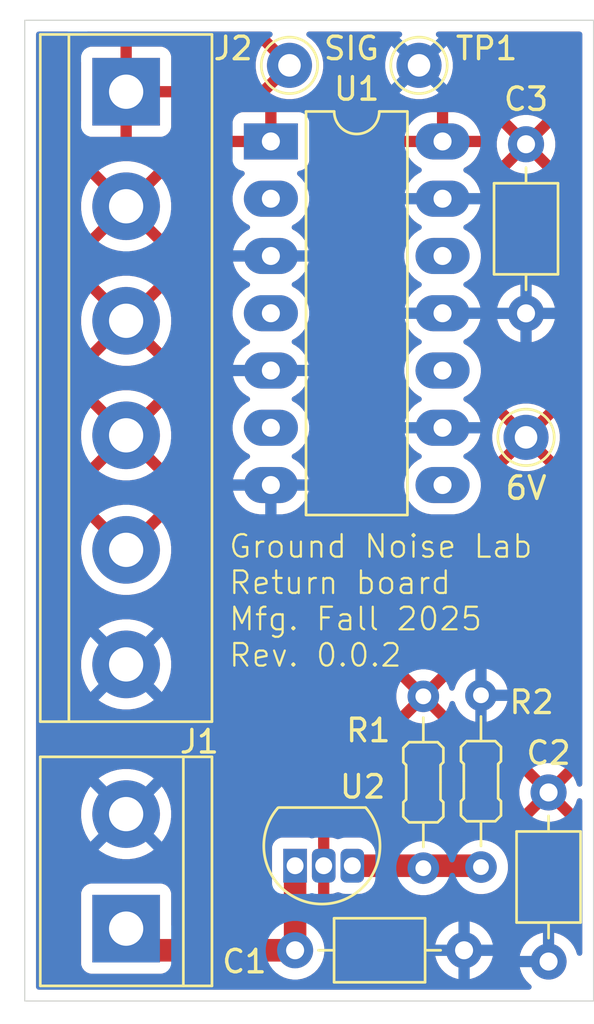
<source format=kicad_pcb>
(kicad_pcb (version 20241229) (generator "pcbnew") (generator_version "9.0")
  (layers (0 "F.Cu" signal) (2 "B.Cu" signal) (13 "F.Paste" user) (15 "B.Paste" user) (5 "F.SilkS" user "F.Silkscreen") (7 "B.SilkS" user "B.Silkscreen") (1 "F.Mask" user) (3 "B.Mask" user) (25 "Edge.Cuts" user))
  (net 0 "")
  (net 1 "GND")
  (net 2 "+9V")
  (net 3 "+6V")
  (net 4 "/SIG_Out")
  (net 5 "/LDO_ADJ")
  (footprint "TerminalBlock:TerminalBlock_bornier-6_P5.08mm" (layer "F.Cu") (at 136.75 70.67 -90)
    (property "Reference" "J2" (at -1.92 -4.75 180) (layer "F.SilkS"))
    (property "Value" "Conn_01x06_Pin")
    (fp_line (start -2.54 3.81) (end 27.94 3.81) (stroke (width 0.12)) (layer "F.SilkS"))
    (fp_line (start 27.94 3.81) (end 27.94 -3.81) (stroke (width 0.12)) (layer "F.SilkS"))
    (fp_line (start -2.54 2.54) (end 27.94 2.54) (stroke (width 0.12)) (layer "F.SilkS"))
    (fp_line (start -2.54 -3.81) (end -2.54 3.81) (stroke (width 0.12)) (layer "F.SilkS"))
    (fp_line (start -2.54 -3.81) (end 27.94 -3.81) (stroke (width 0.12)) (layer "F.SilkS"))
    (pad "1" thru_hole rect (at 0 0 270) (size 3 3) (drill 1.52) (layers "*.Cu" "*.Mask") (net 4 "/SIG_Out"))
    (pad "2" thru_hole circle (at 5.08 0 270) (size 3 3) (drill 1.52) (layers "*.Cu" "*.Mask") (net 4 "/SIG_Out"))
    (pad "3" thru_hole circle (at 10.16 0 270) (size 3 3) (drill 1.52) (layers "*.Cu" "*.Mask") (net 4 "/SIG_Out"))
    (pad "4" thru_hole circle (at 15.24 0 270) (size 3 3) (drill 1.52) (layers "*.Cu" "*.Mask") (net 4 "/SIG_Out"))
    (pad "5" thru_hole circle (at 20.32 0 270) (size 3 3) (drill 1.52) (layers "*.Cu" "*.Mask") (net 4 "/SIG_Out"))
    (pad "6" thru_hole circle (at 25.4 0 270) (size 3 3) (drill 1.52) (layers "*.Cu" "*.Mask") (net 1 "GND"))
  )
  (footprint "Capacitor_THT:C_Axial_L3.8mm_D2.6mm_P7.50mm_Horizontal" (layer "F.Cu") (at 155.5 101.75 -90)
    (property "Reference" "C2" (at -1.75 0 180) (layer "F.SilkS"))
    (property "Value" "1u")
    (fp_line (start 1.73 1.42) (end 5.77 1.42) (stroke (width 0.12)) (layer "F.SilkS"))
    (fp_line (start 5.77 1.42) (end 5.77 -1.42) (stroke (width 0.12)) (layer "F.SilkS"))
    (fp_line (start 1.04 0) (end 1.73 0) (stroke (width 0.12)) (layer "F.SilkS"))
    (fp_line (start 6.46 0) (end 5.77 0) (stroke (width 0.12)) (layer "F.SilkS"))
    (fp_line (start 1.73 -1.42) (end 1.73 1.42) (stroke (width 0.12)) (layer "F.SilkS"))
    (fp_line (start 5.77 -1.42) (end 1.73 -1.42) (stroke (width 0.12)) (layer "F.SilkS"))
    (pad "1" thru_hole circle (at 0 0 270) (size 1.6 1.6) (drill 0.8) (layers "*.Cu" "*.Mask") (net 3 "+6V"))
    (pad "2" thru_hole oval (at 7.5 0 270) (size 1.6 1.6) (drill 0.8) (layers "*.Cu" "*.Mask") (net 1 "GND"))
  )
  (footprint "TerminalBlock:TerminalBlock_bornier-2_P5.08mm" (layer "F.Cu") (at 136.75 107.79 90)
    (property "Reference" "J1" (at 8.29 3.25 180) (layer "F.SilkS"))
    (property "Value" "Conn_01x02_Pin")
    (fp_line (start 7.62 -3.81) (end -2.54 -3.81) (stroke (width 0.12)) (layer "F.SilkS"))
    (fp_line (start -2.54 -3.81) (end -2.54 3.81) (stroke (width 0.12)) (layer "F.SilkS"))
    (fp_line (start 7.62 2.54) (end -2.54 2.54) (stroke (width 0.12)) (layer "F.SilkS"))
    (fp_line (start 7.62 3.81) (end 7.62 -3.81) (stroke (width 0.12)) (layer "F.SilkS"))
    (fp_line (start -2.54 3.81) (end 7.62 3.81) (stroke (width 0.12)) (layer "F.SilkS"))
    (pad "1" thru_hole rect (at 0 0 90) (size 3 3) (drill 1.52) (layers "*.Cu" "*.Mask") (net 2 "+9V"))
    (pad "2" thru_hole circle (at 5.08 0 90) (size 3 3) (drill 1.52) (layers "*.Cu" "*.Mask") (net 1 "GND"))
  )
  (footprint "Package_DIP:DIP-14_W7.62mm_LongPads" (layer "F.Cu") (at 143.175 72.875)
    (property "Reference" "U1" (at 3.81 -2.33 0) (layer "F.SilkS"))
    (property "Value" "74HC14")
    (fp_line (start 1.56 -1.33) (end 1.56 16.57) (stroke (width 0.12)) (layer "F.SilkS"))
    (fp_line (start 1.56 16.57) (end 6.06 16.57) (stroke (width 0.12)) (layer "F.SilkS"))
    (fp_line (start 2.81 -1.33) (end 1.56 -1.33) (stroke (width 0.12)) (layer "F.SilkS"))
    (fp_line (start 6.06 -1.33) (end 4.81 -1.33) (stroke (width 0.12)) (layer "F.SilkS"))
    (fp_line (start 6.06 16.57) (end 6.06 -1.33) (stroke (width 0.12)) (layer "F.SilkS"))
    (fp_arc (start 4.81 -1.33) (mid 3.81 -0.33) (end 2.81 -1.33) (stroke (width 0.12)) (layer "F.SilkS"))
    (pad "1" thru_hole rect (at 0 0) (size 2.4 1.6) (drill 0.8) (layers "*.Cu" "*.Mask") (net 4 "/SIG_Out"))
    (pad "2" thru_hole oval (at 0 2.54) (size 2.4 1.6) (drill 0.8) (layers "*.Cu" "*.Mask"))
    (pad "3" thru_hole oval (at 0 5.08) (size 2.4 1.6) (drill 0.8) (layers "*.Cu" "*.Mask") (net 1 "GND"))
    (pad "4" thru_hole oval (at 0 7.62) (size 2.4 1.6) (drill 0.8) (layers "*.Cu" "*.Mask"))
    (pad "5" thru_hole oval (at 0 10.16) (size 2.4 1.6) (drill 0.8) (layers "*.Cu" "*.Mask") (net 1 "GND"))
    (pad "6" thru_hole oval (at 0 12.7) (size 2.4 1.6) (drill 0.8) (layers "*.Cu" "*.Mask"))
    (pad "7" thru_hole oval (at 0 15.24) (size 2.4 1.6) (drill 0.8) (layers "*.Cu" "*.Mask") (net 1 "GND"))
    (pad "8" thru_hole oval (at 7.62 15.24) (size 2.4 1.6) (drill 0.8) (layers "*.Cu" "*.Mask"))
    (pad "9" thru_hole oval (at 7.62 12.7) (size 2.4 1.6) (drill 0.8) (layers "*.Cu" "*.Mask") (net 1 "GND"))
    (pad "10" thru_hole oval (at 7.62 10.16) (size 2.4 1.6) (drill 0.8) (layers "*.Cu" "*.Mask"))
    (pad "11" thru_hole oval (at 7.62 7.62) (size 2.4 1.6) (drill 0.8) (layers "*.Cu" "*.Mask") (net 1 "GND"))
    (pad "12" thru_hole oval (at 7.62 5.08) (size 2.4 1.6) (drill 0.8) (layers "*.Cu" "*.Mask"))
    (pad "13" thru_hole oval (at 7.62 2.54) (size 2.4 1.6) (drill 0.8) (layers "*.Cu" "*.Mask") (net 1 "GND"))
    (pad "14" thru_hole oval (at 7.62 0) (size 2.4 1.6) (drill 0.8) (layers "*.Cu" "*.Mask") (net 3 "+6V"))
  )
  (footprint "PCM_Resistor_THT_AKL:R_Axial_DIN0204_L3.6mm_D1.6mm_P7.62mm_Horizontal" (layer "F.Cu") (at 152.5 105.06 90)
    (property "Reference" "R2" (at 7.31 2.25 180) (layer "F.SilkS"))
    (property "Value" "910" (hide yes))
    (fp_line (start 5.334 -0.889) (end 4.699 -0.889) (stroke (width 0.12)) (layer "F.SilkS"))
    (fp_line (start 4.699 -0.889) (end 4.572 -0.762) (stroke (width 0.12)) (layer "F.SilkS"))
    (fp_line (start 2.921 -0.889) (end 3.048 -0.762) (stroke (width 0.12)) (layer "F.SilkS"))
    (fp_line (start 2.286 -0.889) (end 2.921 -0.889) (stroke (width 0.12)) (layer "F.SilkS"))
    (fp_line (start 4.572 -0.762) (end 3.81 -0.762) (stroke (width 0.12)) (layer "F.SilkS"))
    (fp_line (start 3.048 -0.762) (end 3.81 -0.762) (stroke (width 0.12)) (layer "F.SilkS"))
    (fp_line (start 5.588 -0.635) (end 5.334 -0.889) (stroke (width 0.12)) (layer "F.SilkS"))
    (fp_line (start 5.588 -0.635) (end 5.588 0.635) (stroke (width 0.12)) (layer "F.SilkS"))
    (fp_line (start 2.032 -0.635) (end 2.286 -0.889) (stroke (width 0.12)) (layer "F.SilkS"))
    (fp_line (start 6.68 0) (end 5.73 0) (stroke (width 0.12)) (layer "F.SilkS"))
    (fp_line (start 5.715 0) (end 5.588 0) (stroke (width 0.12)) (layer "F.SilkS"))
    (fp_line (start 1.89 0) (end 2.032 0) (stroke (width 0.12)) (layer "F.SilkS"))
    (fp_line (start 0.94 0) (end 1.89 0) (stroke (width 0.12)) (layer "F.SilkS"))
    (fp_line (start 5.588 0.635) (end 5.334 0.889) (stroke (width 0.12)) (layer "F.SilkS"))
    (fp_line (start 2.032 0.635) (end 2.032 -0.635) (stroke (width 0.12)) (layer "F.SilkS"))
    (fp_line (start 2.032 0.635) (end 2.286 0.889) (stroke (width 0.12)) (layer "F.SilkS"))
    (fp_line (start 4.572 0.762) (end 3.81 0.762) (stroke (width 0.12)) (layer "F.SilkS"))
    (fp_line (start 3.048 0.762) (end 3.81 0.762) (stroke (width 0.12)) (layer "F.SilkS"))
    (fp_line (start 5.334 0.889) (end 4.699 0.889) (stroke (width 0.12)) (layer "F.SilkS"))
    (fp_line (start 4.699 0.889) (end 4.572 0.762) (stroke (width 0.12)) (layer "F.SilkS"))
    (fp_line (start 2.921 0.889) (end 3.048 0.762) (stroke (width 0.12)) (layer "F.SilkS"))
    (fp_line (start 2.286 0.889) (end 2.921 0.889) (stroke (width 0.12)) (layer "F.SilkS"))
    (pad "1" thru_hole circle (at 0 0 90) (size 1.4 1.4) (drill 0.7) (layers "*.Cu" "*.Mask") (net 5 "/LDO_ADJ"))
    (pad "2" thru_hole oval (at 7.62 0 90) (size 1.4 1.4) (drill 0.7) (layers "*.Cu" "*.Mask") (net 1 "GND"))
  )
  (footprint "Connector_Pin:Pin_D1.0mm_L10.0mm" (layer "F.Cu") (at 144 69.5)
    (property "Reference" "SIG" (at 2.75 -0.75 0) (layer "F.SilkS"))
    (property "Value" "SIG")
    (fp_circle (center 0 0) (end 1.25 0.05) (stroke (width 0.12)) (fill no) (layer "F.SilkS"))
    (pad "1" thru_hole circle (at 0 0) (size 2 2) (drill 1) (layers "*.Cu" "*.Mask") (net 4 "/SIG_Out"))
  )
  (footprint "Capacitor_THT:C_Axial_L3.8mm_D2.6mm_P7.50mm_Horizontal" (layer "F.Cu") (at 154.5 73 -90)
    (property "Reference" "C3" (at -2 0 180) (layer "F.SilkS"))
    (property "Value" "C_Small")
    (fp_line (start 1.73 1.42) (end 5.77 1.42) (stroke (width 0.12)) (layer "F.SilkS"))
    (fp_line (start 5.77 1.42) (end 5.77 -1.42) (stroke (width 0.12)) (layer "F.SilkS"))
    (fp_line (start 1.04 0) (end 1.73 0) (stroke (width 0.12)) (layer "F.SilkS"))
    (fp_line (start 6.46 0) (end 5.77 0) (stroke (width 0.12)) (layer "F.SilkS"))
    (fp_line (start 1.73 -1.42) (end 1.73 1.42) (stroke (width 0.12)) (layer "F.SilkS"))
    (fp_line (start 5.77 -1.42) (end 1.73 -1.42) (stroke (width 0.12)) (layer "F.SilkS"))
    (pad "1" thru_hole circle (at 0 0 270) (size 1.6 1.6) (drill 0.8) (layers "*.Cu" "*.Mask") (net 3 "+6V"))
    (pad "2" thru_hole oval (at 7.5 0 270) (size 1.6 1.6) (drill 0.8) (layers "*.Cu" "*.Mask") (net 1 "GND"))
  )
  (footprint "PCM_Resistor_THT_AKL:R_Axial_DIN0204_L3.6mm_D1.6mm_P7.62mm_Horizontal" (layer "F.Cu") (at 149.942 97.488 -90)
    (property "Reference" "R1" (at 1.512 2.442 180) (layer "F.SilkS"))
    (property "Value" "240" (hide yes))
    (fp_line (start 2.286 0.889) (end 2.921 0.889) (stroke (width 0.12)) (layer "F.SilkS"))
    (fp_line (start 2.921 0.889) (end 3.048 0.762) (stroke (width 0.12)) (layer "F.SilkS"))
    (fp_line (start 4.699 0.889) (end 4.572 0.762) (stroke (width 0.12)) (layer "F.SilkS"))
    (fp_line (start 5.334 0.889) (end 4.699 0.889) (stroke (width 0.12)) (layer "F.SilkS"))
    (fp_line (start 3.048 0.762) (end 3.81 0.762) (stroke (width 0.12)) (layer "F.SilkS"))
    (fp_line (start 4.572 0.762) (end 3.81 0.762) (stroke (width 0.12)) (layer "F.SilkS"))
    (fp_line (start 2.032 0.635) (end 2.286 0.889) (stroke (width 0.12)) (layer "F.SilkS"))
    (fp_line (start 2.032 0.635) (end 2.032 -0.635) (stroke (width 0.12)) (layer "F.SilkS"))
    (fp_line (start 5.588 0.635) (end 5.334 0.889) (stroke (width 0.12)) (layer "F.SilkS"))
    (fp_line (start 0.94 0) (end 1.89 0) (stroke (width 0.12)) (layer "F.SilkS"))
    (fp_line (start 1.89 0) (end 2.032 0) (stroke (width 0.12)) (layer "F.SilkS"))
    (fp_line (start 5.715 0) (end 5.588 0) (stroke (width 0.12)) (layer "F.SilkS"))
    (fp_line (start 6.68 0) (end 5.73 0) (stroke (width 0.12)) (layer "F.SilkS"))
    (fp_line (start 2.032 -0.635) (end 2.286 -0.889) (stroke (width 0.12)) (layer "F.SilkS"))
    (fp_line (start 5.588 -0.635) (end 5.588 0.635) (stroke (width 0.12)) (layer "F.SilkS"))
    (fp_line (start 5.588 -0.635) (end 5.334 -0.889) (stroke (width 0.12)) (layer "F.SilkS"))
    (fp_line (start 3.048 -0.762) (end 3.81 -0.762) (stroke (width 0.12)) (layer "F.SilkS"))
    (fp_line (start 4.572 -0.762) (end 3.81 -0.762) (stroke (width 0.12)) (layer "F.SilkS"))
    (fp_line (start 2.286 -0.889) (end 2.921 -0.889) (stroke (width 0.12)) (layer "F.SilkS"))
    (fp_line (start 2.921 -0.889) (end 3.048 -0.762) (stroke (width 0.12)) (layer "F.SilkS"))
    (fp_line (start 4.699 -0.889) (end 4.572 -0.762) (stroke (width 0.12)) (layer "F.SilkS"))
    (fp_line (start 5.334 -0.889) (end 4.699 -0.889) (stroke (width 0.12)) (layer "F.SilkS"))
    (pad "1" thru_hole circle (at 0 0 270) (size 1.4 1.4) (drill 0.7) (layers "*.Cu" "*.Mask") (net 3 "+6V"))
    (pad "2" thru_hole oval (at 7.62 0 270) (size 1.4 1.4) (drill 0.7) (layers "*.Cu" "*.Mask") (net 5 "/LDO_ADJ"))
  )
  (footprint "Connector_Pin:Pin_D1.0mm_L10.0mm" (layer "F.Cu") (at 149.75 69.5)
    (property "Reference" "TP1" (at 3 -0.75 0) (layer "F.SilkS"))
    (property "Value" "GND")
    (fp_circle (center 0 0) (end 1.25 0.05) (stroke (width 0.12)) (fill no) (layer "F.SilkS"))
    (pad "GND" thru_hole circle (at 0 0) (size 2 2) (drill 1) (layers "*.Cu" "*.Mask") (net 1 "GND"))
  )
  (footprint "Connector_Pin:Pin_D1.0mm_L10.0mm" (layer "F.Cu") (at 154.5 86)
    (property "Reference" "6V" (at 0 2.25 0) (layer "F.SilkS"))
    (property "Value" "6 V")
    (fp_circle (center 0 0) (end 1.25 0.05) (stroke (width 0.12)) (fill no) (layer "F.SilkS"))
    (pad "1" thru_hole circle (at 0 0) (size 2 2) (drill 1) (layers "*.Cu" "*.Mask") (net 3 "+6V"))
  )
  (footprint "PCM_Package_TO_SOT_THT_AKL:TO-92L_Inline" (layer "F.Cu") (at 144.25 105)
    (property "Reference" "U2" (at 3 -3.5 180) (layer "F.SilkS"))
    (property "Value" "LM317LZ" (hide yes))
    (fp_line (start 3.13 -2.58) (end -0.72 -2.58) (stroke (width 0.12)) (layer "F.SilkS"))
    (fp_arc (start 3.13 -2.58) (mid 1.196552 1.699449) (end -0.758611 -2.570122) (stroke (width 0.12)) (layer "F.SilkS"))
    (pad "1" thru_hole roundrect (at 2.54 0) (size 1.05 1.5) (drill 0.75) (layers "*.Cu" "*.Mask") (net 5 "/LDO_ADJ"))
    (pad "2" thru_hole rect (at 0 0) (size 1.05 1.5) (drill 0.75) (layers "*.Cu" "*.Mask") (net 2 "+9V"))
    (pad "3" thru_hole roundrect (at 1.27 0) (size 1.05 1.5) (drill 0.75) (layers "*.Cu" "*.Mask") (net 3 "+6V"))
  )
  (footprint "Capacitor_THT:C_Axial_L3.8mm_D2.6mm_P7.50mm_Horizontal" (layer "F.Cu") (at 144.25 108.75)
    (property "Reference" "C1" (at -2.25 0.5 0) (layer "F.SilkS"))
    (property "Value" "0.1u")
    (fp_line (start 1.04 0) (end 1.73 0) (stroke (width 0.12)) (layer "F.SilkS"))
    (fp_line (start 1.73 -1.42) (end 1.73 1.42) (stroke (width 0.12)) (layer "F.SilkS"))
    (fp_line (start 1.73 1.42) (end 5.77 1.42) (stroke (width 0.12)) (layer "F.SilkS"))
    (fp_line (start 5.77 -1.42) (end 1.73 -1.42) (stroke (width 0.12)) (layer "F.SilkS"))
    (fp_line (start 5.77 1.42) (end 5.77 -1.42) (stroke (width 0.12)) (layer "F.SilkS"))
    (fp_line (start 6.46 0) (end 5.77 0) (stroke (width 0.12)) (layer "F.SilkS"))
    (pad "1" thru_hole circle (at 0 0) (size 1.6 1.6) (drill 0.8) (layers "*.Cu" "*.Mask") (net 2 "+9V"))
    (pad "2" thru_hole oval (at 7.5 0) (size 1.6 1.6) (drill 0.8) (layers "*.Cu" "*.Mask") (net 1 "GND"))
  )
  (gr_rect (start 132.25 67.5) (end 157.5 111) (stroke (width 0.05)) (fill no) (layer "Edge.Cuts"))
  (gr_text "Ground Noise Lab\nReturn board\nMfg. Fall 2025\nRev. 0.0.2" (at 141.25 96.25 0) (layer "F.SilkS") (effects (font (size 1 1) (thickness 0.1)) (justify left bottom)))
  (segment (start 144.25 108.75) (end 144.25 105) (width 1) (layer "F.Cu") (net 2))
  (segment (start 137.71 108.75) (end 136.75 107.79) (width 1) (layer "F.Cu") (net 2))
  (segment (start 144.25 108.75) (end 137.71 108.75) (width 1) (layer "F.Cu") (net 2))
  (segment (start 152.44 105) (end 152.5 105.06) (width 1) (layer "F.Cu") (net 5))
  (segment (start 146.79 105) (end 152.44 105) (width 1) (layer "F.Cu") (net 5))
  (zone (net 3) (net_name "+6V") (layer "F.Cu") (connect_pads (clearance 0.5)) (min_thickness 0.25) (fill yes (thermal_gap 0.5) (thermal_bridge_width 0.5))
    (polygon (pts (xy 132.25 67.5) (xy 157.5 67.5) (xy 157.5 111) (xy 132.25 111)))
  )
  (zone (net 4) (net_name "/SIG_Out") (layer "F.Cu") (priority 2) (connect_pads (clearance 0.5)) (min_thickness 0.25) (fill yes (thermal_gap 0.5) (thermal_bridge_width 0.5))
    (polygon (pts (xy 134.75 91.75) (xy 136 93) (xy 137.25 93) (xy 138.75 91.75) (xy 138.75 74.5) (xy 139.25 73.75) (xy 144.25 73.75) (xy 144.5 73.5) (xy 144.5 71.75) (xy 145.5 69.75) (xy 145.5 68.75) (xy 144.75 68) (xy 135 68) (xy 134.75 68.25)))
  )
  (zone (net 1) (net_name "GND") (layer "B.Cu") (priority 1) (connect_pads (clearance 0.5)) (min_thickness 0.25) (fill yes (thermal_gap 0.5) (thermal_bridge_width 0.5))
    (polygon (pts (xy 132.25 67.5) (xy 157.5 67.5) (xy 157.5 111) (xy 132.25 111)))
  )
)
</source>
